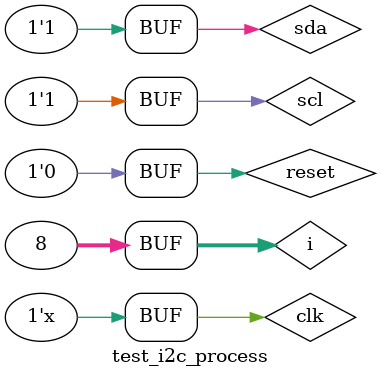
<source format=v>
`timescale 1ns / 1ps

module test_i2c_process;

    reg clk = 0;
    reg sda = 1;
    reg scl = 1;
    reg reset = 0;
    // We may be able to get this size parameter from within the instance
    //wire [3:0] type;
    wire [7:0] value;
    
    i2c_process i_i2c_process(
        .clk(clk),
        .sda(sda),
        .scl(scl),
        .reset(reset),
        .message_type(type),
        .value(value)    
    );       
    
    localparam CLK_HALF_CYCLE = 5;
    localparam CLK_FULL_CYCLE = CLK_HALF_CYCLE * 2;
    localparam I2C_QUARTER_CYCLE = CLK_FULL_CYCLE * 1;
    localparam I2C_HALF_CYCLE = I2C_QUARTER_CYCLE * 2;
    integer i = 0;
    initial
    begin
        reset = 1;
        // get past global reset period (GSR)
        #100    
        reset = 0;
        // Start condition - sda fall during SCL high
        #I2C_QUARTER_CYCLE;
        sda = 0;
        // SCL low after delay to start data cycle
        #I2C_QUARTER_CYCLE;
        scl = 0;
        // delay for next data change
        #I2C_QUARTER_CYCLE;
        // Loop for data
        for (i = 0; i < 8; i = i + 1)
        begin 
            // Set data           
            sda = 1;
            // Toggle clock after delay
            #I2C_QUARTER_CYCLE;
            scl = 1;
            #I2C_HALF_CYCLE;
            scl = 0;
            // delay for next data or ACK/NACK
            #I2C_QUARTER_CYCLE;
        end 
        // Set ACK and toggle clock again.
        sda = 0;
        #I2C_QUARTER_CYCLE;
        scl = 1;
        #I2C_HALF_CYCLE;
        scl = 0;
        // delay for data change
        #I2C_QUARTER_CYCLE;
        // Keep data at zero as we want a rise for stop condition
        sda = 0;
        // Clock rise after delay
        #I2C_QUARTER_CYCLE;
        scl = 1;
        // Stop condition after delay.
        #I2C_QUARTER_CYCLE;
        sda = 1;
        // SDA back to idle state after delay
        //#I2C_QUARTER_CYCLE;
        //sda = 1;
        
    end
    
    always begin
        #CLK_HALF_CYCLE clk = ~clk;
    end

endmodule

</source>
